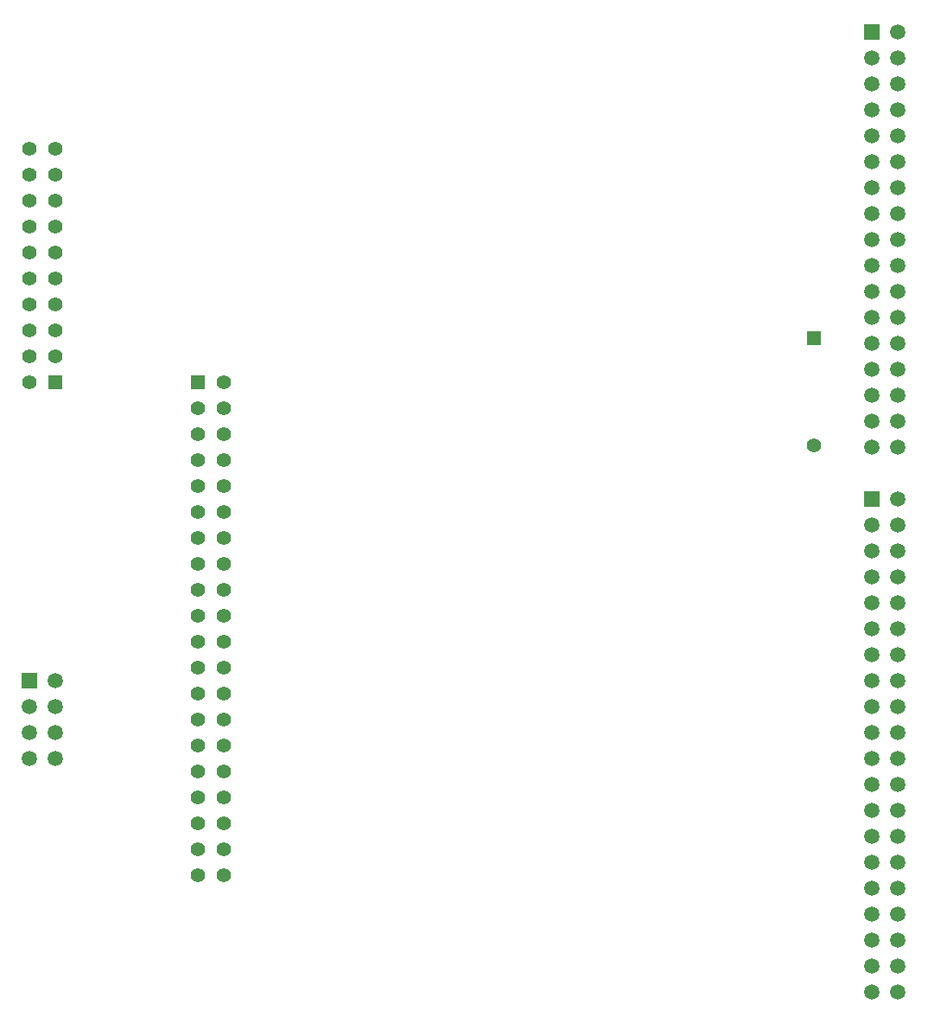
<source format=gbr>
G04 DipTrace 4.3.0.5*
G04 TopPaste.gbr*
%MOMM*%
G04 #@! TF.FileFunction,Paste,Top*
G04 #@! TF.Part,Single*
%ADD36C,1.42*%
%ADD38R,1.42X1.42*%
%ADD40C,1.49*%
%ADD42R,1.49X1.49*%
%ADD44C,1.39*%
%ADD46R,1.39X1.39*%
%FSLAX35Y35*%
G04*
G71*
G90*
G75*
G01*
G04 TopPaste*
%LPD*%
D46*
X-1079500Y1698750D3*
D44*
Y650750D3*
D42*
X-508000Y127000D3*
D40*
X-254000D3*
X-508000Y-127000D3*
X-254000D3*
X-508000Y-381000D3*
X-254000D3*
X-508000Y-635000D3*
X-254000D3*
X-508000Y-889000D3*
X-254000D3*
X-508000Y-1143000D3*
X-254000D3*
X-508000Y-1397000D3*
X-254000D3*
X-508000Y-1651000D3*
X-254000D3*
X-508000Y-1905000D3*
X-254000D3*
X-508000Y-2159000D3*
X-254000D3*
X-508000Y-2413000D3*
X-254000D3*
X-508000Y-2667000D3*
X-254000D3*
X-508000Y-2921000D3*
X-254000D3*
X-508000Y-3175000D3*
X-254000D3*
X-508000Y-3429000D3*
X-254000D3*
X-508000Y-3683000D3*
X-254000D3*
X-508000Y-3937000D3*
X-254000D3*
X-508000Y-4191000D3*
X-254000D3*
X-508000Y-4445000D3*
X-254000D3*
X-508000Y-4699000D3*
X-254000D3*
D42*
X-508000Y4699000D3*
D40*
X-254000D3*
X-508000Y4445000D3*
X-254000D3*
X-508000Y4191000D3*
X-254000D3*
X-508000Y3937000D3*
X-254000D3*
X-508000Y3683000D3*
X-254000D3*
X-508000Y3429000D3*
X-254000D3*
X-508000Y3175000D3*
X-254000D3*
X-508000Y2921000D3*
X-254000D3*
X-508000Y2667000D3*
X-254000D3*
X-508000Y2413000D3*
X-254000D3*
X-508000Y2159000D3*
X-254000D3*
X-508000Y1905000D3*
X-254000D3*
X-508000Y1651000D3*
X-254000D3*
X-508000Y1397000D3*
X-254000D3*
X-508000Y1143000D3*
X-254000D3*
X-508000Y889000D3*
X-254000D3*
X-508000Y635000D3*
X-254000D3*
D38*
X-7112000Y1270000D3*
D36*
X-6858000D3*
X-7112000Y1016000D3*
X-6858000D3*
X-7112000Y762000D3*
X-6858000D3*
X-7112000Y508000D3*
X-6858000D3*
X-7112000Y254000D3*
X-6858000D3*
X-7112000Y0D3*
X-6858000D3*
X-7112000Y-254000D3*
X-6858000D3*
X-7112000Y-508000D3*
X-6858000D3*
X-7112000Y-762000D3*
X-6858000D3*
X-7112000Y-1016000D3*
X-6858000D3*
X-7112000Y-1270000D3*
X-6858000D3*
X-7112000Y-1524000D3*
X-6858000D3*
X-7112000Y-1778000D3*
X-6858000D3*
X-7112000Y-2032000D3*
X-6858000D3*
X-7112000Y-2286000D3*
X-6858000D3*
X-7112000Y-2540000D3*
X-6858000D3*
X-7112000Y-2794000D3*
X-6858000D3*
X-7112000Y-3048000D3*
X-6858000D3*
X-7112000Y-3302000D3*
X-6858000D3*
X-7112000Y-3556000D3*
X-6858000D3*
D38*
X-8509000Y1270000D3*
D36*
X-8763000D3*
X-8509000Y1524000D3*
X-8763000D3*
X-8509000Y1778000D3*
X-8763000D3*
X-8509000Y2032000D3*
X-8763000D3*
X-8509000Y2286000D3*
X-8763000D3*
X-8509000Y2540000D3*
X-8763000D3*
X-8509000Y2794000D3*
X-8763000D3*
X-8509000Y3048000D3*
X-8763000D3*
X-8509000Y3302000D3*
X-8763000D3*
X-8509000Y3556000D3*
X-8763000D3*
D42*
Y-1651000D3*
D40*
X-8509000D3*
X-8763000Y-1905000D3*
X-8509000D3*
X-8763000Y-2159000D3*
X-8509000D3*
X-8763000Y-2413000D3*
X-8509000D3*
M02*

</source>
